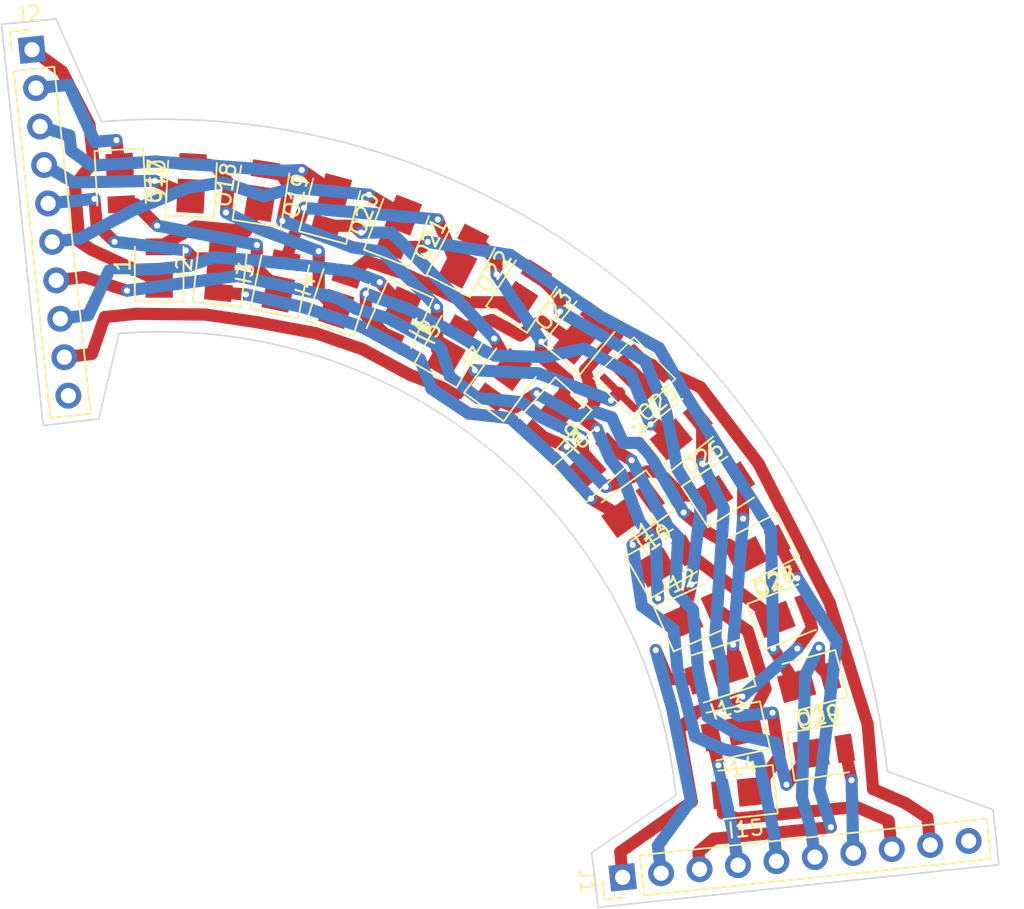
<source format=kicad_pcb>
(kicad_pcb (version 20221018) (generator pcbnew)
  (layers (0 "F.Cu" signal) (31 "B.Cu" signal) (34 "B.Paste" user) (35 "F.Paste" user) (36 "B.SilkS" user "B.Silkscreen") (37 "F.SilkS" user "F.Silkscreen") (38 "B.Mask" user) (39 "F.Mask" user) (44 "Edge.Cuts" user))
  (net 0 "")
  (net 1 "Net-(I1-K)")
  (net 2 "Net-(I1-A)")
  (net 3 "Net-(I2-K)")
  (net 4 "Net-(I10-K)")
  (net 5 "Net-(I3-K)")
  (net 6 "Net-(I3-A)")
  (net 7 "Net-(I4-K)")
  (net 8 "Net-(I4-A)")
  (net 9 "Net-(I5-K)")
  (net 10 "Net-(I5-A)")
  (net 11 "Net-(I6-K)")
  (net 12 "Net-(I6-A)")
  (net 13 "Net-(I7-K)")
  (net 14 "Net-(I7-A)")
  (net 15 "Net-(I8-K)")
  (net 16 "Net-(I8-A)")
  (net 17 "Net-(I9-K)")
  (net 18 "Net-(I9-A)")
  (net 19 "Net-(I10-A)")
  (net 20 "Net-(I11-K)")
  (net 21 "Net-(I11-A)")
  (net 22 "Net-(I12-K)")
  (net 23 "Net-(I12-A)")
  (net 24 "Net-(I13-K)")
  (net 25 "Net-(I13-A)")
  (net 26 "Net-(I14-A)")
  (net 27 "Net-(I15-K)")
  (net 28 "Net-(I15-A)")
  (net 29 "Net-(J1-Pin_1)")
  (net 30 "Net-(J1-Pin_3)")
  (net 31 "Net-(J1-Pin_6)")
  (net 32 "Net-(J1-Pin_7)")
  (net 33 "Net-(O20-A)")
  (net 34 "Net-(J1-Pin_9)")
  (net 36 "Net-(J2-Pin_2)")
  (net 37 "Net-(J2-Pin_3)")
  (net 38 "Net-(J2-Pin_4)")
  (net 39 "Net-(J2-Pin_6)")
  (net 40 "Net-(J2-Pin_9)")
  (footprint "LED_SMD:LED_2835_CREE_JSE28L3E5_1" (layer "F.Cu") (at 117.155531 94.197224 63)
    (fp_text reference "O21" (at 0 -2.4 63) (layer "F.SilkS"))
    (fp_text value "Cold white 5700K")
    (pad "1" smd rect (at -0.85 0 63) (size 2.2 1.8) (layers "F.Cu" "F.Paste" "F.Mask") (net 6 "Net-(I3-A)"))
    (pad "2" smd rect (at 1.39 0.01 63) (size 1.1 1.8) (layers "F.Cu" "F.Paste" "F.Mask") (net 15 "Net-(I8-K)"))
  )
  (footprint "LED_SMD:LED_2835_CREE_JSE28L3E5_1" (layer "F.Cu") (at 132.3335 117.826639 24)
    (fp_text reference "I12" (at 0 -2.400001 24) (layer "F.SilkS"))
    (fp_text value "~")
    (pad "1" smd rect (at -0.85 0 24) (size 2.2 1.8) (layers "F.Cu" "F.Paste" "F.Mask") (net 22 "Net-(I12-K)"))
    (pad "2" smd rect (at 1.39 0.01 24) (size 1.1 1.8) (layers "F.Cu" "F.Paste" "F.Mask") (net 23 "Net-(I12-A)"))
  )
  (footprint "LED_SMD:LED_2835_CREE_JSE28L3E5_1" (layer "F.Cu") (at 130.503978 114.236 30)
    (fp_text reference "I11" (at 0 -2.4 30) (layer "F.SilkS"))
    (fp_text value "Warm white 3000K")
    (pad "1" smd rect (at -0.85 0 30) (size 2.2 1.8) (layers "F.Cu" "F.Paste" "F.Mask") (net 20 "Net-(I11-K)"))
    (pad "2" smd rect (at 1.39 0.01 30) (size 1.1 1.8) (layers "F.Cu" "F.Paste" "F.Mask") (net 21 "Net-(I11-A)"))
  )
  (footprint "LED_SMD:LED_2835_CREE_JSE28L3E5_1" (layer "F.Cu") (at 109.059154 96.870324 72)
    (fp_text reference "I4" (at 0 -2.4 72) (layer "F.SilkS"))
    (fp_text value "~")
    (pad "1" smd rect (at -0.85 0 72) (size 2.2 1.8) (layers "F.Cu" "F.Paste" "F.Mask") (net 7 "Net-(I4-K)"))
    (pad "2" smd rect (at 1.39 0.01 72) (size 1.1 1.8) (layers "F.Cu" "F.Paste" "F.Mask") (net 8 "Net-(I4-A)"))
  )
  (footprint "LED_SMD:LED_2835_CREE_JSE28L3E5_1" (layer "F.Cu") (at 134.20651 109.477433 33)
    (fp_text reference "O26" (at 0 -2.4 33) (layer "F.SilkS"))
    (fp_text value "Cold white 5700K")
    (pad "1" smd rect (at -0.85 0 33) (size 2.2 1.8) (layers "F.Cu" "F.Paste" "F.Mask") (net 16 "Net-(I8-A)"))
    (pad "2" smd rect (at 1.39 0.01 33) (size 1.1 1.8) (layers "F.Cu" "F.Paste" "F.Mask") (net 24 "Net-(I13-K)"))
  )
  (footprint "LED_SMD:LED_2835_CREE_JSE28L3E5_1" (layer "F.Cu") (at 125.773075 107.724471 42)
    (fp_text reference "I9" (at 0 -2.400001 42) (layer "F.SilkS"))
    (fp_text value "~")
    (pad "1" smd rect (at -0.85 0 42) (size 2.2 1.8) (layers "F.Cu" "F.Paste" "F.Mask") (net 17 "Net-(I9-K)"))
    (pad "2" smd rect (at 1.39 0.01 42) (size 1.1 1.8) (layers "F.Cu" "F.Paste" "F.Mask") (net 18 "Net-(I9-A)"))
  )
  (footprint "LED_SMD:LED_2835_CREE_JSE28L3E5_1" (layer "F.Cu") (at 122.923528 104.874924 -132)
    (fp_text reference "I8" (at 0 -2.400001 48) (layer "F.SilkS"))
    (fp_text value "Cold white 5700K")
    (pad "1" smd rect (at -0.85 0 228) (size 2.2 1.8) (layers "F.Cu" "F.Paste" "F.Mask") (net 15 "Net-(I8-K)"))
    (pad "2" smd rect (at 1.39 0.01 228) (size 1.1 1.8) (layers "F.Cu" "F.Paste" "F.Mask") (net 16 "Net-(I8-A)"))
  )
  (footprint "LED_SMD:LED_2835_CREE_JSE28L3E5_1" (layer "F.Cu") (at 131.468666 105.709113 39)
    (fp_text reference "O25" (at -0.000001 -2.400001 39) (layer "F.SilkS"))
    (fp_text value "~")
    (pad "1" smd rect (at -0.85 0 39) (size 2.2 1.8) (layers "F.Cu" "F.Paste" "F.Mask") (net 10 "Net-(I5-A)"))
    (pad "2" smd rect (at 1.39 0.01 39) (size 1.1 1.8) (layers "F.Cu" "F.Paste" "F.Mask") (net 27 "Net-(I15-K)"))
  )
  (footprint "LED_SMD:LED_2835_CREE_JSE28L3E5_1" (layer "F.Cu") (at 94.624004 89.408 -87)
    (fp_text reference "O16" (at 0 -2.4 93) (layer "F.SilkS"))
    (fp_text value "Cold white 5700K")
    (pad "1" smd rect (at -0.85 0 273) (size 2.2 1.8) (layers "F.Cu" "F.Paste" "F.Mask") (net 36 "Net-(J2-Pin_2)"))
    (pad "2" smd rect (at 1.39 0.01 273) (size 1.1 1.8) (layers "F.Cu" "F.Paste" "F.Mask") (net 5 "Net-(I3-K)"))
  )
  (footprint "LED_SMD:LED_2835_CREE_JSE28L3E5_Big_Anode" (layer "F.Cu") (at 101.186345 95.196907 84)
    (fp_text reference "I2" (at 0.000001 -2.400001 84) (layer "F.SilkS"))
    (fp_text value "~")
    (pad "1" smd rect (at 0.85 0 84) (size 2.2 1.8) (layers "F.Cu" "F.Paste" "F.Mask") (net 3 "Net-(I2-K)"))
    (pad "2" smd rect (at -1.39 0.01 84) (size 1.1 1.8) (layers "F.Cu" "F.Paste" "F.Mask") (net 4 "Net-(I10-K)"))
  )
  (footprint "LED_SMD:LED_2835_CREE_JSE28L3E5_1" (layer "F.Cu") (at 99.281903 89.408 87)
    (fp_text reference "O17" (at 0.000001 -2.400001 87) (layer "F.SilkS"))
    (fp_text value "~")
    (pad "1" smd rect (at -0.85 0 87) (size 2.2 1.8) (layers "F.Cu" "F.Paste" "F.Mask") (net 38 "Net-(J2-Pin_4)"))
    (pad "2" smd rect (at 1.39 0.01 87) (size 1.1 1.8) (layers "F.Cu" "F.Paste" "F.Mask") (net 7 "Net-(I4-K)"))
  )
  (footprint "LED_SMD:LED_2835_CREE_JSE28L3E5_1" (layer "F.Cu") (at 138.43 117.766496 21)
    (fp_text reference "O28" (at 0 -2.400001 21) (layer "F.SilkS"))
    (fp_text value "Warm white 3000K")
    (pad "1" smd rect (at -0.85 0 21) (size 2.2 1.8) (layers "F.Cu" "F.Paste" "F.Mask") (net 21 "Net-(I11-A)"))
    (pad "2" smd rect (at 1.39 0.01 21) (size 1.1 1.8) (layers "F.Cu" "F.Paste" "F.Mask") (net 29 "Net-(J1-Pin_1)"))
  )
  (footprint "LED_SMD:Luminous Devices A130 Package" (layer "F.Cu") (at 128.361077 102.225905 45)
    (fp_text reference "O24" hide)
    (fp_text value "~")
    (fp_text user "A" (at -2.15 3 45 unlocked) (layer "F.SilkS") (effects (font (size 0.6 0.6) (thickness 0.1)) (justify left bottom)))
    (pad "1" smd roundrect (at -1.375 0 45) (size 0.48 3.25) (layers "F.Cu" "F.Paste" "F.Mask") (net 40 "Net-(J2-Pin_9)"))
    (pad "2" smd roundrect (at 1.375 0 45) (size 0.48 3.25) (layers "F.Cu" "F.Paste" "F.Mask") (net 34 "Net-(J1-Pin_9)"))
    (pad "3" smd roundrect (at 0 0 45) (size 1.3 3.25) (layers "F.Cu" "F.Mask") (roundrect_rratio 0.12))
  )
  (footprint "LED_SMD:LED_2835_CREE_JSE28L3E5_1" (layer "F.Cu") (at 133.777675 121.588845 -162)
    (fp_text reference "I13" (at 0 -2.4 18) (layer "F.SilkS"))
    (fp_text value "Cold white 5700K")
    (pad "1" smd rect (at -0.85 0 198) (size 2.2 1.8) (layers "F.Cu" "F.Paste" "F.Mask") (net 24 "Net-(I13-K)"))
    (pad "2" smd rect (at 1.39 0.01 198) (size 1.1 1.8) (layers "F.Cu" "F.Paste" "F.Mask") (net 25 "Net-(I13-A)"))
  )
  (footprint "LED_SMD:LED_2835_CREE_JSE28L3E5_1" (layer "F.Cu") (at 124.95771 99.264019 51)
    (fp_text reference "O23" (at 0 -2.400001 51) (layer "F.SilkS"))
    (fp_text value "Warm white 3000K")
    (pad "1" smd rect (at -0.85 0 51) (size 2.2 1.8) (layers "F.Cu" "F.Paste" "F.Mask") (net 12 "Net-(I6-A)"))
    (pad "2" smd rect (at 1.39 0.01 51) (size 1.1 1.8) (layers "F.Cu" "F.Paste" "F.Mask") (net 20 "Net-(I11-K)"))
  )
  (footprint "LED_SMD:LED_2835_CREE_JSE28L3E5_1" (layer "F.Cu") (at 116.412 100.144021 60)
    (fp_text reference "I6" (at 0 -2.4 60) (layer "F.SilkS"))
    (fp_text value "Warm white 3000K")
    (pad "1" smd rect (at -0.85 0 60) (size 2.2 1.8) (layers "F.Cu" "F.Paste" "F.Mask") (net 11 "Net-(I6-K)"))
    (pad "2" smd rect (at 1.39 0.01 60) (size 1.1 1.8) (layers "F.Cu" "F.Paste" "F.Mask") (net 12 "Net-(I6-A)"))
  )
  (footprint "LED_SMD:LED_2835_CREE_JSE28L3E5_1" (layer "F.Cu") (at 134.820682 125.481399 -168)
    (fp_text reference "I14" (at -0.000001 -2.400001 12) (layer "F.SilkS"))
    (fp_text value "~")
    (pad "1" smd rect (at -0.85 0 192) (size 2.2 1.8) (layers "F.Cu" "F.Paste" "F.Mask") (net 23 "Net-(I12-A)"))
    (pad "2" smd rect (at 1.39 0.01 192) (size 1.1 1.8) (layers "F.Cu" "F.Paste" "F.Mask") (net 26 "Net-(I14-A)"))
  )
  (footprint "LED_SMD:LED_2835_CREE_JSE28L3E5_1" (layer "F.Cu") (at 140.8378 126.752536 9)
    (fp_text reference "O30" (at -0.000001 -2.4 9) (layer "F.SilkS"))
    (fp_text value "~")
    (pad "1" smd rect (at -0.85 0 9) (size 2.2 1.8) (layers "F.Cu" "F.Paste" "F.Mask") (net 18 "Net-(I9-A)"))
    (pad "2" smd rect (at 1.39 0.01 9) (size 1.1 1.8) (layers "F.Cu" "F.Paste" "F.Mask") (net 32 "Net-(J1-Pin_7)"))
  )
  (footprint "Connector_PinHeader_2.54mm:PinHeader_1x10_P2.54mm_Vertical" (layer "F.Cu") (at 127.617034 135.019699 96)
    (fp_text reference "J1" (at 0 -2.33 96) (layer "F.SilkS"))
    (fp_text value "Conn_01x10")
    (pad "1" thru_hole rect (at 0 0 96) (size 1.7 1.7) (drill 1) (layers "*.Cu" "*.Mask") (net 29 "Net-(J1-Pin_1)"))
    (pad "2" thru_hole oval (at 0 2.54 96) (size 1.7 1.7) (drill 1) (layers "*.Cu" "*.Mask") (net 25 "Net-(I13-A)"))
    (pad "3" thru_hole oval (at 0 5.08 96) (size 1.7 1.7) (drill 1) (layers "*.Cu" "*.Mask") (net 30 "Net-(J1-Pin_3)"))
    (pad "4" thru_hole oval (at 0 7.62 96) (size 1.7 1.7) (drill 1) (layers "*.Cu" "*.Mask") (net 26 "Net-(I14-A)"))
    (pad "5" thru_hole oval (at 0 10.16 96) (size 1.7 1.7) (drill 1) (layers "*.Cu" "*.Mask") (net 19 "Net-(I10-A)"))
    (pad "6" thru_hole oval (at 0 12.7 96) (size 1.7 1.7) (drill 1) (layers "*.Cu" "*.Mask") (net 31 "Net-(J1-Pin_6)"))
    (pad "7" thru_hole oval (at 0 15.24 96) (size 1.7 1.7) (drill 1) (layers "*.Cu" "*.Mask") (net 32 "Net-(J1-Pin_7)"))
    (pad "8" thru_hole oval (at 0 17.78 96) (size 1.7 1.7) (drill 1) (layers "*.Cu" "*.Mask") (net 28 "Net-(I15-A)"))
    (pad "9" thru_hole oval (at 0 20.32 96) (size 1.7 1.7) (drill 1) (layers "*.Cu" "*.Mask") (net 34 "Net-(J1-Pin_9)"))
    (pad "10" thru_hole oval (at 0 22.86 96) (size 1.7 1.7) (drill 1) (layers "*.Cu" "*.Mask"))
  )
  (footprint "LED_SMD:LED_2835_CREE_JSE28L3E5_Big_Anode" (layer "F.Cu") (at 108.470401 90.863315 75)
    (fp_text reference "O19" (at 0 -2.4 75) (layer "F.SilkS"))
    (fp_text value "I12")
    (pad "1" smd rect (at 0.85 0 75) (size 2.2 1.8) (layers "F.Cu" "F.Paste" "F.Mask") (net 37 "Net-(J2-Pin_3)"))
    (pad "2" smd rect (at -1.39 0.01 75) (size 1.1 1.8) (layers "F.Cu" "F.Paste" "F.Mask") (net 13 "Net-(I7-K)"))
  )
  (footprint "LED_SMD:LED_2835_CREE_JSE28L3E5_Big_Anode" (layer "F.Cu") (at 139.86937 122.196423 -165)
    (fp_text reference "O29" (at -0.000001 -2.4 15) (layer "F.SilkS"))
    (fp_text value "~")
    (pad "1" smd rect (at 0.85 0 195) (size 2.2 1.8) (layers "F.Cu" "F.Paste" "F.Mask") (net 33 "Net-(O20-A)"))
    (pad "2" smd rect (at -1.39 0.01 195) (size 1.1 1.8) (layers "F.Cu" "F.Paste" "F.Mask") (net 31 "Net-(J1-Pin_6)"))
  )
  (footprint "LED_SMD:LED_2835_CREE_JSE28L3E5_Big_Anode" (layer "F.Cu") (at 128.309154 110.856267 -144)
    (fp_text reference "I10" (at 0 -2.4 36) (layer "F.SilkS"))
    (fp_text value "~")
    (pad "1" smd rect (at 0.85 0 216) (size 2.2 1.8) (layers "F.Cu" "F.Paste" "F.Mask") (net 4 "Net-(I10-K)"))
    (pad "2" smd rect (at -1.39 0.01 216) (size 1.1 1.8) (layers "F.Cu" "F.Paste" "F.Mask") (net 19 "Net-(I10-A)"))
  )
  (footprint "LED_SMD:LED_2835_CREE_JSE28L3E5_Big_Anode" (layer "F.Cu") (at 136.535461 113.511293 -153)
    (fp_text reference "O27" (at 0 -2.4 27) (layer "F.SilkS"))
    (fp_text value "~")
    (pad "1" smd rect (at 0.85 0 207) (size 2.2 1.8) (layers "F.Cu" "F.Paste" "F.Mask") (net 14 "Net-(I7-A)"))
    (pad "2" smd rect (at -1.39 0.01 207) (size 1.1 1.8) (layers "F.Cu" "F.Paste" "F.Mask") (net 30 "Net-(J1-Pin_3)"))
  )
  (footprint "LED_SMD:LED_2835_CREE_JSE28L3E5_Big_Anode" (layer "F.Cu") (at 112.900327 92.302685 69)
    (fp_text reference "O20" (at 0 -2.400001 69) (layer "F.SilkS"))
    (fp_text value "~")
    (pad "1" smd rect (at 0.85 0 69) (size 2.2 1.8) (layers "F.Cu" "F.Paste" "F.Mask") (net 39 "Net-(J2-Pin_6)"))
    (pad "2" smd rect (at -1.39 0.01 69) (size 1.1 1.8) (layers "F.Cu" "F.Paste" "F.Mask") (net 33 "Net-(O20-A)"))
  )
  (footprint "LED_SMD:LED_2835_CREE_JSE28L3E5_1" (layer "F.Cu") (at 97.162 94.986 90)
    (fp_text reference "I1" (at 0 -2.4 90) (layer "F.SilkS"))
    (fp_text value "Warm white 3000K")
    (pad "1" smd rect (at -0.85 0 90) (size 2.2 1.8) (layers "F.Cu" "F.Paste" "F.Mask") (net 1 "Net-(I1-K)"))
    (pad "2" smd rect (at 1.39 0.01 90) (size 1.1 1.8) (layers "F.Cu" "F.Paste" "F.Mask") (net 2 "Net-(I1-A)"))
  )
  (footprint "LED_SMD:LED_2835_CREE_JSE28L3E5_1" (layer "F.Cu") (at 112.82136 98.314499 -114)
    (fp_text reference "I5" (at 0 -2.400001 66) (layer "F.SilkS"))
    (fp_text value "~")
    (pad "1" smd rect (at -0.85 0 246) (size 2.2 1.8) (layers "F.Cu" "F.Paste" "F.Mask") (net 9 "Net-(I5-K)"))
    (pad "2" smd rect (at 1.39 0.01 246) (size 1.1 1.8) (layers "F.Cu" "F.Paste" "F.Mask") (net 10 "Net-(I5-A)"))
  )
  (footprint "Connector_PinHeader_2.54mm:PinHeader_1x10_P2.54mm_Vertical" (layer "F.Cu") (at 88.805763 80.637588 6)
    (fp_text reference "J2" (at 0 -2.33 6) (layer "F.SilkS"))
    (fp_text value "Conn_01x10")
    (pad "1" thru_hole rect (at 0 0 6) (size 1.7 1.7) (drill 1) (layers "*.Cu" "*.Mask") (net 1 "Net-(I1-K)"))
    (pad "2" thru_hole oval (at 0 2.54 6) (size 1.7 1.7) (drill 1) (layers "*.Cu" "*.Mask") (net 36 "Net-(J2-Pin_2)"))
    (pad "3" thru_hole oval (at 0 5.08 6) (size 1.7 1.7) (drill 1) (layers "*.Cu" "*.Mask") (net 37 "Net-(J2-Pin_3)"))
    (pad "4" thru_hole oval (at 0 7.62 6) (size 1.7 1.7) (drill 1) (layers "*.Cu" "*.Mask") (net 38 "Net-(J2-Pin_4)"))
    (pad "5" thru_hole oval (at 0 10.16 6) (size 1.7 1.7) (drill 1) (layers "*.Cu" "*.Mask") (net 3 "Net-(I2-K)"))
    (pad "6" thru_hole oval (at 0 12.7 6) (size 1.7 1.7) (drill 1) (layers "*.Cu" "*.Mask") (net 39 "Net-(J2-Pin_6)"))
    (pad "7" thru_hole oval (at 0 15.24 6) (size 1.7 1.7) (drill 1) (layers "*.Cu" "*.Mask") (net 17 "Net-(I9-K)"))
    (pad "8" thru_hole oval (at 0 17.78 6) (size 1.7 1.7) (drill 1) (layers "*.Cu" "*.Mask") (net 9 "Net-(I5-K)"))
    (pad "9" thru_hole oval (at 0 20.32 6) (size 1.7 1.7) (drill 1) (layers "*.Cu" "*.Mask") (net 40 "Net-(J2-Pin_9)"))
    (pad "10" thru_hole oval (at 0 22.86 6) (size 1.7 1.7) (drill 1) (layers "*.Cu" "*.Mask"))
  )
  (footprint "LED_SMD:LED_2835_CREE_JSE28L3E5_1" (layer "F.Cu") (at 105.1666 95.827317 78)
    (fp_text reference "I3" (at 0.000001 -2.400001 78) (layer "F.SilkS"))
    (fp_text value "Cold white 5700K")
    (pad "1" smd rect (at -0.85 0 78) (size 2.2 1.8) (layers "F.Cu" "F.Paste" "F.Mask") (net 5 "Net-(I3-K)"))
    (pad "2" smd rect (at 1.39 0.01 78) (size 1.1 1.8) (layers "F.Cu" "F.Paste" "F.Mask") (net 6 "Net-(I3-A)"))
  )
  (footprint "LED_SMD:LED_2835_CREE_JSE28L3E5_1" (layer "F.Cu") (at 103.914287 89.894883 81)
    (fp_text reference "O18" (at 0.000001 -2.400001 81) (layer "F.SilkS"))
    (fp_text value "Warm white 3000K")
    (pad "1" smd rect (at -0.85 0 81) (size 2.2 1.8) (layers "F.Cu" "F.Paste" "F.Mask") (net 2 "Net-(I1-A)"))
    (pad "2" smd rect (at 1.39 0.01 81) (size 1.1 1.8) (layers "F.Cu" "F.Paste" "F.Mask") (net 11 "Net-(I6-K)"))
  )
  (footprint "LED_SMD:LED_2835_CREE_JSE28L3E5_1" (layer "F.Cu") (at 135.451092 129.461654 -174)
    (fp_text reference "I15" (at -0.000001 -2.400001 6) (layer "F.SilkS"))
    (fp_text value "~")
    (pad "1" smd rect (at -0.85 0 186) (size 2.2 1.8) (layers "F.Cu" "F.Paste" "F.Mask") (net 27 "Net-(I15-K)"))
    (pad "2" smd rect (at 1.39 0.01 186) (size 1.1 1.8) (layers "F.Cu" "F.Paste" "F.Mask") (net 28 "Net-(I15-A)"))
  )
  (footprint "LED_SMD:LED_2835_CREE_JSE28L3E5_Big_Anode" (layer "F.Cu") (at 119.791732 102.338845 54)
    (fp_text reference "I7" (at 0 -2.4 54) (layer "F.SilkS"))
    (fp_text value "~")
    (pad "1" smd rect (at 0.85 0 54) (size 2.2 1.8) (layers "F.Cu" "F.Paste" "F.Mask") (net 13 "Net-(I7-K)"))
    (pad "2" smd rect (at -1.39 0.01 54) (size 1.1 1.8) (layers "F.Cu" "F.Paste" "F.Mask") (net 14 "Net-(I7-A)"))
  )
  (footprint "LED_SMD:LED_2835_CREE_JSE28L3E5_1" (layer "F.Cu") (at 121.18939 96.526174 57)
    (fp_text reference "O22" (at 0 -2.4 57) (layer "F.SilkS"))
    (fp_text value "~")
    (pad "1" smd rect (at -0.85 0 57) (size 2.2 1.8) (layers "F.Cu" "F.Paste" "F.Mask") (net 8 "Net-(I4-A)"))
    (pad "2" smd rect (at 1.39 0.01 57) (size 1.1 1.8) (layers "F.Cu" "F.Paste" "F.Mask") (net 22 "Net-(I12-K)"))
  )
  (gr_arc (start 94.519534 99.29239) (mid 119 107) (end 131.118029 129.624188) (stroke (width 0.1)) (layer "Edge.Cuts"))
  (gr_line (start 126.01 136.99) (end 125.58 133.4) (stroke (width 0.1)) (layer "Edge.Cuts"))
  (gr_line (start 151.95 130.58) (end 152.34 134.19) (stroke (width 0.1)) (layer "Edge.Cuts"))
  (gr_line (start 94.519534 99.29239) (end 93.19 104.9) (stroke (width 0.1)) (layer "Edge.Cuts"))
  (gr_line (start 93.19 104.9) (end 89.54 105.34) (stroke (width 0.1)) (layer "Edge.Cuts"))
  (gr_line (start 152.34 134.19) (end 126.01 136.99) (stroke (width 0.1)) (layer "Edge.Cuts"))
  (gr_line (start 144.999999 128.056261) (end 151.95 130.58) (stroke (width 0.1)) (layer "Edge.Cuts"))
  (gr_line (start 90.39 78.62) (end 93.375327 85.369388) (stroke (width 0.1)) (layer "Edge.Cuts"))
  (gr_line (start 89.54 105.34) (end 86.8 78.97) (stroke (width 0.1)) (layer "Edge.Cuts"))
  (gr_line (start 125.58 133.4) (end 131.118029 129.624188) (stroke (width 0.1)) (layer "Edge.Cuts"))
  (gr_arc (start 93.375327 85.369388) (mid 127.872643 96.209379) (end 144.999999 128.056261) (stroke (width 0.1)) (layer "Edge.Cuts"))
  (gr_line (start 86.8 78.97) (end 90.39 78.62) (stroke (width 0.1)) (layer "Edge.Cuts"))
  (segment (start 92.58 85.56) (end 90.79 82.08) (width 0.8) (layer "F.Cu") (net 1))
  (segment (start 97.162 95.836) (end 92.71 93.7768) (width 0.8) (layer "F.Cu") (net 1))
  (segment (start 91.91 93.26) (end 91.63 89.56) (width 0.8) (layer "F.Cu") (net 1))
  (segment (start 90.79 82.08) (end 88.805763 80.637588) (width 0.8) (layer "F.Cu") (net 1))
  (segment (start 92.71 93.7768) (end 91.91 93.26) (width 0.8) (layer "F.Cu") (net 1))
  (segment (start 92.84 87.97) (end 92.58 85.56) (width 0.8) (layer "F.Cu") (net 1))
  (segment (start 91.63 89.56) (end 92.84 87.97) (width 0.8) (layer "F.Cu") (net 1))
  (segment (start 99.568 92.2528) (end 102.87 92.5576) (width 0.8) (layer "F.Cu") (net 2))
  (segment (start 102.87 92.5576) (end 103.781318 90.734418) (width 0.8) (layer "F.Cu") (net 2))
  (segment (start 97.172 93.596) (end 99.568 92.2528) (width 0.8) (layer "F.Cu") (net 2))
  (segment (start 99.431563 94.351563) (end 101.275194 94.351563) (width 0.8) (layer "F.Cu") (net 3))
  (segment (start 98.9076 93.8276) (end 99.431563 94.351563) (width 0.8) (layer "F.Cu") (net 3))
  (segment (start 93.05 92.13) (end 94.23 93.26) (width 0.8) (layer "F.Cu") (net 3))
  (segment (start 92.91 90.44) (end 93.05 92.13) (width 0.8) (layer "F.Cu") (net 3))
  (via (at 92.91 90.44) (size 0.8) (drill 0.4) (layers "F.Cu" "B.Cu") (net 3))
  (via (at 94.23 93.26) (size 0.8) (drill 0.4) (layers "F.Cu" "B.Cu") (net 3))
  (via (at 98.9076 93.8276) (size 0.8) (drill 0.4) (layers "F.Cu" "B.Cu") (net 3))
  (segment (start 98.9076 93.8276) (end 94.23 93.26) (width 0.8) (layer "B.Cu") (net 3))
  (segment (start 89.867772 90.74193) (end 92.91 90.44) (width 0.8) (layer "B.Cu") (net 3))
  (segment (start 127.62149 111.355884) (end 125.5268 110.1344) (width 0.8) (layer "F.Cu") (net 4))
  (segment (start 101.050996 96.580338) (end 102.87 96.7232) (width 0.8) (layer "F.Cu") (net 4))
  (via (at 102.87 96.7232) (size 0.8) (drill 0.4) (layers "F.Cu" "B.Cu") (net 4))
  (via (at 125.5268 110.1344) (size 0.8) (drill 0.4) (layers "F.Cu" "B.Cu") (net 4))
  (segment (start 102.87 96.7232) (end 106.7308 97.5868) (width 0.8) (layer "B.Cu") (net 4))
  (segment (start 114.305751 100.984649) (end 115.062 102.9208) (width 0.8) (layer "B.Cu") (net 4))
  (segment (start 123.1392 107.4928) (end 125.5268 110.1344) (width 0.8) (layer "B.Cu") (net 4))
  (segment (start 120.2436 104.8512) (end 123.1392 107.4928) (width 0.8) (layer "B.Cu") (net 4))
  (segment (start 110.49 98.8568) (end 113.792 100.6856) (width 0.8) (layer "B.Cu") (net 4))
  (segment (start 113.792 100.6856) (end 114.305751 100.984649) (width 0.8) (layer "B.Cu") (net 4))
  (segment (start 106.7308 97.5868) (end 110.49 98.8568) (width 0.8) (layer "B.Cu") (net 4))
  (segment (start 115.062 102.9208) (end 117.5004 104.5464) (width 0.8) (layer "B.Cu") (net 4))
  (segment (start 117.5004 104.5464) (end 120.2436 104.8512) (width 0.8) (layer "B.Cu") (net 4))
  (segment (start 95.622618 90.796618) (end 97.028 92.202) (width 0.8) (layer "F.Cu") (net 5))
  (segment (start 94.686765 90.796618) (end 95.622618 90.796618) (width 0.8) (layer "F.Cu") (net 5))
  (segment (start 104.989875 96.404675) (end 104.989875 96.658742) (width 0.8) (layer "F.Cu") (net 5))
  (segment (start 103.5812 93.472) (end 103.5812 94.996) (width 0.8) (layer "F.Cu") (net 5))
  (segment (start 103.5812 94.996) (end 104.989875 96.404675) (width 0.8) (layer "F.Cu") (net 5))
  (via (at 97.028 92.202) (size 0.8) (drill 0.4) (layers "F.Cu" "B.Cu") (net 5))
  (via (at 103.5812 93.472) (size 0.8) (drill 0.4) (layers "F.Cu" "B.Cu") (net 5))
  (segment (start 103.5812 93.472) (end 101.2444 93.0148) (width 0.8) (layer "B.Cu") (net 5))
  (segment (start 97.028 92.202) (end 101.2444 93.0148) (width 0.8) (layer "B.Cu") (net 5))
  (segment (start 115.4684 91.7956) (end 116.769639 94.95458) (width 0.8) (layer "F.Cu") (net 6))
  (segment (start 105.465379 94.469771) (end 106.68 91.0336) (width 0.8) (layer "F.Cu") (net 6))
  (via (at 115.4684 91.7956) (size 0.8) (drill 0.4) (layers "F.Cu" "B.Cu") (net 6))
  (via (at 106.68 91.0336) (size 0.8) (drill 0.4) (layers "F.Cu" "B.Cu") (net 6))
  (segment (start 106.68 91.0336) (end 115.4684 91.7956) (width 0.8) (layer "B.Cu") (net 6))
  (segment (start 101.7524 89.4588) (end 101.5492 91.3384) (width 0.8) (layer "F.Cu") (net 7))
  (segment (start 100.8888 88.2904) (end 101.7524 89.4588) (width 0.8) (layer "F.Cu") (net 7))
  (segment (start 99.364636 88.020428) (end 100.8888 88.2904) (width 0.8) (layer "F.Cu") (net 7))
  (segment (start 107.6452 96.527432) (end 108.79649 97.678722) (width 0.8) (layer "F.Cu") (net 7))
  (segment (start 107.6452 93.8784) (end 107.6452 96.527432) (width 0.8) (layer "F.Cu") (net 7))
  (via (at 107.6452 93.8784) (size 0.8) (drill 0.4) (layers "F.Cu" "B.Cu") (net 7))
  (via (at 101.5492 91.3384) (size 0.8) (drill 0.4) (layers "F.Cu" "B.Cu") (net 7))
  (segment (start 107.6452 93.8784) (end 106.426 93.4212) (width 0.8) (layer "B.Cu") (net 7))
  (segment (start 106.426 93.4212) (end 103.8352 92.456) (width 0.8) (layer "B.Cu") (net 7))
  (segment (start 103.8352 92.456) (end 101.5492 91.3384) (width 0.8) (layer "B.Cu") (net 7))
  (segment (start 109.498198 95.551446) (end 110.7948 94.5388) (width 0.8) (layer "F.Cu") (net 8))
  (segment (start 114.7064 96.012) (end 117.1956 97.2312) (width 0.8) (layer "F.Cu") (net 8))
  (segment (start 117.1956 97.2312) (end 120.726447 97.239044) (width 0.8) (layer "F.Cu") (net 8))
  (segment (start 110.7948 94.5388) (end 113.3856 95.4024) (width 0.8) (layer "F.Cu") (net 8))
  (segment (start 113.3856 95.4024) (end 114.7064 96.012) (width 0.8) (layer "F.Cu") (net 8))
  (segment (start 111.6584 95.9104) (end 113.167086 97.537985) (width 0.8) (layer "F.Cu") (net 9))
  (via (at 111.6584 95.9104) (size 0.8) (drill 0.4) (layers "F.Cu" "B.Cu") (net 9))
  (segment (start 109.8296 95.1992) (end 106.8832 94.8436) (width 0.8) (layer "B.Cu") (net 9))
  (segment (start 93.8784 95.1484) (end 92.51 98.07) (width 0.8) (layer "B.Cu") (net 9))
  (segment (start 92.51 98.07) (end 90.664279 98.320187) (width 0.8) (layer "B.Cu") (net 9))
  (segment (start 97.1804 95.0468) (end 93.8784 95.1484) (width 0.8) (layer "B.Cu") (net 9))
  (segment (start 111.6584 95.9104) (end 109.8296 95.1992) (width 0.8) (layer "B.Cu") (net 9))
  (segment (start 103.3272 94.472) (end 100.7364 94.2848) (width 0.8) (layer "B.Cu") (net 9))
  (segment (start 106.8832 94.8436) (end 103.3272 94.472) (width 0.8) (layer "B.Cu") (net 9))
  (segment (start 99.1616 94.8276) (end 97.1804 95.0468) (width 0.8) (layer "B.Cu") (net 9))
  (segment (start 100.7364 94.2848) (end 99.1616 94.8276) (width 0.8) (layer "B.Cu") (net 9))
  (segment (start 110.744 96.6724) (end 110.744 98.077399) (width 0.8) (layer "F.Cu") (net 10))
  (segment (start 129.820949 105.256892) (end 129.446585 105.256892) (width 0.8) (layer "F.Cu") (net 10))
  (segment (start 110.744 98.077399) (end 112.246861 99.58026) (width 0.8) (layer "F.Cu") (net 10))
  (segment (start 130.808092 106.244035) (end 129.820949 105.256892) (width 0.8) (layer "F.Cu") (net 10))
  (via (at 110.744 96.6724) (size 0.8) (drill 0.4) (layers "F.Cu" "B.Cu") (net 10))
  (via (at 129.446585 105.256892) (size 0.8) (drill 0.4) (layers "F.Cu" "B.Cu") (net 10))
  (segment (start 128.1684 101.9556) (end 125.0696 100.2792) (width 0.8) (layer "B.Cu") (net 10))
  (segment (start 110.744 96.6724) (end 113.538 97.6884) (width 0.8) (layer "B.Cu") (net 10))
  (segment (start 129.446585 105.256892) (end 128.1684 101.9556) (width 0.8) (layer "B.Cu") (net 10))
  (segment (start 125.0696 100.2792) (end 122.4788 100.838) (width 0.8) (layer "B.Cu") (net 10))
  (segment (start 113.538 97.6884) (end 116.3828 99.1616) (width 0.8) (layer "B.Cu") (net 10))
  (segment (start 116.3828 99.1616) (end 118.615305 100.481803) (width 0.8) (layer "B.Cu") (net 10))
  (segment (start 122.4788 100.838) (end 119.2276 100.733834) (width 0.8) (layer "B.Cu") (net 10))
  (segment (start 118.615305 100.481803) (end 119.2276 100.733834) (width 0.8) (layer "B.Cu") (net 10))
  (segment (start 115.4176 100.310743) (end 115.987 100.880143) (width 0.8) (layer "F.Cu") (net 11))
  (segment (start 115.4176 97.536) (end 115.4176 100.310743) (width 0.8) (layer "F.Cu") (net 11))
  (segment (start 105.2576 88.9) (end 105.7148 89.7128) (width 0.8) (layer "F.Cu") (net 11))
  (segment (start 105.7148 89.7128) (end 105.2576 91.8972) (width 0.8) (layer "F.Cu") (net 11))
  (segment (start 104.141608 88.523561) (end 105.2576 88.9) (width 0.8) (layer "F.Cu") (net 11))
  (via (at 105.2576 91.8972) (size 0.8) (drill 0.4) (layers "F.Cu" "B.Cu") (net 11))
  (via (at 115.4176 97.536) (size 0.8) (drill 0.4) (layers "F.Cu" "B.Cu") (net 11))
  (segment (start 109.8804 93.6244) (end 111.8108 93.9292) (width 0.8) (layer "B.Cu") (net 11))
  (segment (start 109.8804 93.6244) (end 105.2576 91.8972) (width 0.8) (layer "B.Cu") (net 11))
  (segment (start 111.8108 93.9292) (end 115.4176 97.536) (width 0.8) (layer "B.Cu") (net 11))
  (segment (start 117.11566 98.945246) (end 119.0244 98.3996) (width 0.8) (layer "F.Cu") (net 12))
  (segment (start 124.422788 99.924593) (end 122.3264 98.3996) (width 0.8) (layer "F.Cu") (net 12))
  (segment (start 122.3264 98.3996) (end 120.904 99.4156) (width 0.8) (layer "F.Cu") (net 12))
  (segment (start 120.904 99.4156) (end 119.0244 98.3996) (width 0.8) (layer "F.Cu") (net 12))
  (segment (start 110.4392 92.6592) (end 109.98854 92.20854) (width 0.8) (layer "F.Cu") (net 13))
  (segment (start 119.1768 99.6188) (end 120.291349 101.651181) (width 0.8) (layer "F.Cu") (net 13))
  (segment (start 109.98854 92.20854) (end 108.120302 92.20854) (width 0.8) (layer "F.Cu") (net 13))
  (via (at 119.1768 99.6188) (size 0.8) (drill 0.4) (layers "F.Cu" "B.Cu") (net 13))
  (via (at 110.4392 92.6592) (size 0.8) (drill 0.4) (layers "F.Cu" "B.Cu") (net 13))
  (segment (start 110.4392 92.6592) (end 112.4204 92.6592) (width 0.8) (layer "B.Cu") (net 13))
  (segment (start 112.4204 92.6592) (end 116.078 96.3168) (width 0.8) (layer "B.Cu") (net 13))
  (segment (start 116.078 96.3168) (end 119.1768 99.6188) (width 0.8) (layer "B.Cu") (net 13))
  (segment (start 135.778105 113.897185) (end 133.1468 112.3188) (width 0.8) (layer "F.Cu") (net 14))
  (segment (start 121.9708 103.2256) (end 120.5484 104.14) (width 0.8) (layer "F.Cu") (net 14))
  (segment (start 118.982801 103.469256) (end 120.5484 104.14) (width 0.8) (layer "F.Cu") (net 14))
  (segment (start 133.1468 112.3188) (end 131.6228 111.0488) (width 0.8) (layer "F.Cu") (net 14))
  (segment (start 119.183651 103.670106) (end 118.982801 103.469256) (width 0.8) (layer "F.Cu") (net 14))
  (via (at 121.9708 103.2256) (size 0.8) (drill 0.4) (layers "F.Cu" "B.Cu") (net 14))
  (via (at 131.6228 111.0488) (size 0.8) (drill 0.4) (layers "F.Cu" "B.Cu") (net 14))
  (segment (start 129.3876 107.2388) (end 131.6228 111.0488) (width 0.8) (layer "B.Cu") (net 14))
  (segment (start 121.9708 103.2256) (end 124.5616 104.6988) (width 0.8) (layer "B.Cu") (net 14))
  (segment (start 127.6604 106.4768) (end 128.6764 106.4768) (width 0.8) (layer "B.Cu") (net 14))
  (segment (start 124.5616 104.6988) (end 125.8316 104.4448) (width 0.8) (layer "B.Cu") (net 14))
  (segment (start 128.6764 106.4768) (end 129.3876 107.2388) (width 0.8) (layer "B.Cu") (net 14))
  (segment (start 125.8316 104.4448) (end 126.8984 104.8004) (width 0.8) (layer "B.Cu") (net 14))
  (segment (start 126.8984 104.8004) (end 127.6604 106.4768) (width 0.8) (layer "B.Cu") (net 14))
  (segment (start 117.795488 92.963265) (end 119.3292 94.496977) (width 0.8) (layer "F.Cu") (net 15))
  (segment (start 122.2756 99.822) (end 122.2248 100.7872) (width 0.8) (layer "F.Cu") (net 15))
  (segment (start 123.492289 104.243251) (end 124.0028 102.3112) (width 0.8) (layer "F.Cu") (net 15))
  (segment (start 119.3292 94.496977) (end 119.3292 95.4024) (width 0.8) (layer "F.Cu") (net 15))
  (segment (start 124.0028 102.3112) (end 122.2248 100.7872) (width 0.8) (layer "F.Cu") (net 15))
  (via (at 119.3292 95.4024) (size 0.8) (drill 0.4) (layers "F.Cu" "B.Cu") (net 15))
  (via (at 122.2756 99.822) (size 0.8) (drill 0.4) (layers "F.Cu" "B.Cu") (net 15))
  (segment (start 122.2756 99.822) (end 119.3292 95.4024) (width 0.8) (layer "B.Cu") (net 15))
  (segment (start 122.347729 106.262928) (end 121.986005 105.901204) (width 0.8) (layer "F.Cu") (net 16))
  (segment (start 129.2352 108.3564) (end 126.492 109.3724) (width 0.8) (layer "F.Cu") (net 16))
  (segment (start 131.530376 109.940376) (end 133.49364 109.940376) (width 0.8) (layer "F.Cu") (net 16))
  (segment (start 121.986005 105.901204) (end 122.2756 106.190799) (width 0.8) (layer "F.Cu") (net 16))
  (segment (start 129.969758 108.379758) (end 131.530376 109.940376) (width 0.8) (layer "F.Cu") (net 16))
  (segment (start 123.952 106.7308) (end 121.986005 105.901204) (width 0.8) (layer "F.Cu") (net 16))
  (segment (start 129.969758 108.379758) (end 129.2352 108.3564) (width 0.8) (layer "F.Cu") (net 16))
  (via (at 126.492 109.3724) (size 0.8) (drill 0.4) (layers "F.Cu" "B.Cu") (net 16))
  (via (at 123.952 106.7308) (size 0.8) (drill 0.4) (layers "F.Cu" "B.Cu") (net 16))
  (segment (start 123.952 106.7308) (end 126.492 109.3724) (width 0.8) (layer "B.Cu") (net 16))
  (segment (start 95.0468 96.4692) (end 92.24 95.58) (width 0.8) (layer "F.Cu") (net 17))
  (segment (start 124.938978 106.097068) (end 125.141402 108.293232) (width 0.8) (layer "F.Cu") (net 17))
  (segment (start 92.24 95.58) (end 90.398777 95.794102) (width 0.8) (layer "F.Cu") (net 17))
  (via (at 95.0468 96.4692) (size 0.8) (drill 0.4) (layers "F.Cu" "B.Cu") (net 17))
  (via (at 124.938978 106.097068) (size 0.8) (drill 0.4) (layers "F.Cu" "B.Cu") (net 17))
  (segment (start 122.174 104.7496) (end 124.938978 106.097068) (width 0.8) (layer "B.Cu") (net 17))
  (segment (start 102.3112 95.504) (end 108.8136 96.9264) (width 0.8) (layer "B.Cu") (net 17))
  (segment (start 118.11 103.5304) (end 120.988667 103.801333) (width 0.8) (layer "B.Cu") (net 17))
  (segment (start 108.8136 96.9264) (end 110.10641 97.671683) (width 0.8) (layer "B.Cu") (net 17))
  (segment (start 95.0468 96.4692) (end 102.3112 95.504) (width 0.8) (layer "B.Cu") (net 17))
  (segment (start 120.988667 103.801333) (end 122.174 104.7496) (width 0.8) (layer "B.Cu") (net 17))
  (segment (start 110.10641 97.671683) (end 112.2172 98.298) (width 0.8) (layer "B.Cu") (net 17))
  (segment (start 116.2812 102.1588) (end 118.11 103.5304) (width 0.8) (layer "B.Cu") (net 17))
  (segment (start 112.2172 98.298) (end 115.3668 100.0252) (width 0.8) (layer "B.Cu") (net 17))
  (segment (start 115.697997 100.303603) (end 116.2812 102.1588) (width 0.8) (layer "B.Cu") (net 17))
  (segment (start 115.3668 100.0252) (end 115.697997 100.303603) (width 0.8) (layer "B.Cu") (net 17))
  (segment (start 139.998265 126.885505) (end 138.3792 128.9304) (width 0.8) (layer "F.Cu") (net 18))
  (segment (start 139.97686 126.8641) (end 139.998265 126.885505) (width 0.8) (layer "F.Cu") (net 18))
  (segment (start 128.209327 107.614166) (end 126.812738 106.801811) (width 0.8) (layer "F.Cu") (net 18))
  (via (at 128.209327 107.614166) (size 0.8) (drill 0.4) (layers "F.Cu" "B.Cu") (net 18))
  (via (at 138.3792 128.9304) (size 0.8) (drill 0.4) (layers "F.Cu" "B.Cu") (net 18))
  (segment (start 135.1788 125.6284) (end 137.668 126.1872) (width 0.8) (layer "B.Cu") (net 18))
  (segment (start 132.588 121.5644) (end 132.2324 117.4496) (width 0.8) (layer "B.Cu") (net 18))
  (segment (start 132.2324 117.4496) (end 131.064 116.2304) (width 0.8) (layer "B.Cu") (net 18))
  (segment (start 131.064 116.2304) (end 131.2672 112.6744) (width 0.8) (layer "B.Cu") (net 18))
  (segment (start 131.2672 112.6744) (end 130.335554 111.675646) (width 0.8) (layer "B.Cu") (net 18))
  (segment (start 133.1976 124.46) (end 135.1788 125.6284) (width 0.8) (layer "B.Cu") (net 18))
  (segment (start 138.3792 128.9304) (end 137.668 126.1872) (width 0.8) (layer "B.Cu") (net 18))
  (segment (start 130.335554 111.675646) (end 128.209327 107.614166) (width 0.8) (layer "B.Cu") (net 18))
  (segment (start 132.588 121.5644) (end 133.1976 124.46) (width 0.8) (layer "B.Cu") (net 18))
  (segment (start 129.42781 110.031155) (end 130.4544 111.7092) (width 0.8) (layer "F.Cu") (net 19))
  (segment (start 130.4544 111.7092) (end 128.27 113.1824) (width 0.8) (layer "F.Cu") (net 19))
  (via (at 128.27 113.1824) (size 0.8) (drill 0.4) (layers "F.Cu" "B.Cu") (net 19))
  (segment (start 128.27 113.1824) (end 128.8796 117.1956) (width 0.8) (layer "B.Cu") (net 19))
  (segment (start 131.2164 121.3104) (end 130.9624 118.7196) (width 0.8) (layer "B.Cu") (net 19))
  (segment (start 132.3848 125.7808) (end 134.2136 126.5936) (width 0.8) (layer "B.Cu") (net 19))
  (segment (start 137.721376 133.95769) (end 137.56 132.14) (width 0.8) (layer "B.Cu") (net 19))
  (segment (start 132.3848 125.7808) (end 131.2164 121.3104) (width 0.8) (layer "B.Cu") (net 19))
  (segment (start 137.56 132.14) (end 136.4996 127.1016) (width 0.8) (layer "B.Cu") (net 19))
  (segment (start 136.4996 127.1016) (end 134.2136 126.5936) (width 0.8) (layer "B.Cu") (net 19))
  (segment (start 128.8796 117.1956) (end 130.9624 118.7196) (width 0.8) (layer "B.Cu") (net 19))
  (segment (start 129.9464 116.6876) (end 129.767856 114.661) (width 0.8) (layer "F.Cu") (net 20))
  (segment (start 125.1204 104.9528) (end 125.7808 103.7844) (width 0.8) (layer "F.Cu") (net 20))
  (segment (start 127.254 99.3648) (end 125.840237 98.190079) (width 0.8) (layer "F.Cu") (net 20))
  (segment (start 126.5936 100.1268) (end 127.254 99.3648) (width 0.8) (layer "F.Cu") (net 20))
  (segment (start 125.154944 101.685344) (end 126.5936 100.1268) (width 0.8) (layer "F.Cu") (net 20))
  (segment (start 125.154944 101.685344) (end 125.7808 103.7844) (width 0.8) (layer "F.Cu") (net 20))
  (segment (start 125.9332 105.5624) (end 125.1204 104.9528) (width 0.8) (layer "F.Cu") (net 20))
  (via (at 125.9332 105.5624) (size 0.8) (drill 0.4) (layers "F.Cu" "B.Cu") (net 20))
  (via (at 129.9464 116.6876) (size 0.8) (drill 0.4) (layers "F.Cu" "B.Cu") (net 20))
  (segment (start 129.9464 116.6876) (end 129.794 113.03) (width 0.8) (layer "B.Cu") (net 20))
  (segment (start 126.7968 107.5436) (end 125.9332 105.5624) (width 0.8) (layer "B.Cu") (net 20))
  (segment (start 127.508 108.458) (end 126.7968 107.5436) (width 0.8) (layer "B.Cu") (net 20))
  (segment (start 129.794 113.03) (end 128.7272 111.6584) (width 0.8) (layer "B.Cu") (net 20))
  (segment (start 128.7272 111.6584) (end 127.508 108.458) (width 0.8) (layer "B.Cu") (net 20))
  (segment (start 137.636457 118.071109) (end 137.636457 117.855153) (width 0.8) (layer "F.Cu") (net 21))
  (segment (start 131.712753 113.54966) (end 137.636457 118.071109) (width 0.8) (layer "F.Cu") (net 21))
  (segment (start 131.556986 118.172365) (end 132.1308 115.7732) (width 0.8) (layer "F.Cu") (net 22))
  (segment (start 123.4948 96.905843) (end 123.4948 97.8408) (width 0.8) (layer "F.Cu") (net 22))
  (segment (start 121.954825 95.365868) (end 123.4948 96.905843) (width 0.8) (layer "F.Cu") (net 22))
  (via (at 123.4948 97.8408) (size 0.8) (drill 0.4) (layers "F.Cu" "B.Cu") (net 22))
  (via (at 132.1308 115.7732) (size 0.8) (drill 0.4) (layers "F.Cu" "B.Cu") (net 22))
  (segment (start 132.7404 110.6932) (end 132.7404 111.8616) (width 0.8) (layer "B.Cu") (net 22))
  (segment (start 132.1308 115.7732) (end 132.7404 110.6932) (width 0.8) (layer "B.Cu") (net 22))
  (segment (start 129.0828 101.092) (end 123.4948 97.8408) (width 0.8) (layer "B.Cu") (net 22))
  (segment (start 130.4544 104.3432) (end 129.0828 101.092) (width 0.8) (layer "B.Cu") (net 22))
  (segment (start 130.4544 104.3432) (end 131.2164 108.204) (width 0.8) (layer "B.Cu") (net 22))
  (segment (start 131.2164 108.204) (end 132.7404 110.6932) (width 0.8) (layer "B.Cu") (net 22))
  (segment (start 137.0076 122.6312) (end 135.8392 118.8212) (width 0.8) (layer "F.Cu") (net 23))
  (segment (start 135.8392 118.8212) (end 133.607396 117.270411) (width 0.8) (layer "F.Cu") (net 23))
  (segment (start 137.0076 122.6312) (end 135.652107 125.304674) (width 0.8) (layer "F.Cu") (net 23))
  (segment (start 134.874 119.7356) (end 134.874 121.038254) (width 0.8) (layer "F.Cu") (net 24))
  (segment (start 135.377708 108.728771) (end 135.5344 108.885463) (width 0.8) (layer "F.Cu") (net 24))
  (segment (start 135.5344 108.885463) (end 135.5344 111.4552) (width 0.8) (layer "F.Cu") (net 24))
  (segment (start 134.874 121.038254) (end 134.586073 121.326181) (width 0.8) (layer "F.Cu") (net 24))
  (via (at 135.5344 111.4552) (size 0.8) (drill 0.4) (layers "F.Cu" "B.Cu") (net 24))
  (via (at 134.874 119.7356) (size 0.8) (drill 0.4) (layers "F.Cu" "B.Cu") (net 24))
  (segment (start 135.5344 111.4552) (end 134.874 119.7356) (width 0.8) (layer "B.Cu") (net 24))
  (segment (start 129.79 120.09) (end 130.59 122) (width 0.8) (layer "F.Cu") (net 25))
  (segment (start 130.59 122) (end 132.452616 122.008868) (width 0.8) (layer "F.Cu") (net 25))
  (via (at 129.79 120.09) (size 0.8) (drill 0.4) (layers "F.Cu" "B.Cu") (net 25))
  (segment (start 132.1 129.97) (end 130.870308 123.940829) (width 0.8) (layer "B.Cu") (net 25))
  (segment (start 130.870308 123.940829) (end 129.79 120.09) (width 0.8) (layer "B.Cu") (net 25))
  (segment (start 129.93 132.94) (end 132.1 129.97) (width 0.8) (layer "B.Cu") (net 25))
  (segment (start 130.14312 134.754197) (end 129.93 132.94) (width 0.8) (layer "B.Cu") (net 25))
  (segment (start 133.9088 127.6604) (end 133.458978 125.760615) (width 0.8) (layer "F.Cu") (net 26))
  (via (at 133.9088 127.6604) (size 0.8) (drill 0.4) (layers "F.Cu" "B.Cu") (net 26))
  (segment (start 133.9088 127.6604) (end 134.92 132.3) (width 0.8) (layer "B.Cu") (net 26))
  (segment (start 134.92 132.3) (end 135.195291 134.223192) (width 0.8) (layer "B.Cu") (net 26))
  (segment (start 132.842 107.8484) (end 132.842 105.128937) (width 0.8) (layer "F.Cu") (net 27))
  (segment (start 137.4648 124.206) (end 137.922 127.0508) (width 0.8) (layer "F.Cu") (net 27))
  (segment (start 132.842 105.128937) (end 132.555192 104.842129) (width 0.8) (layer "F.Cu") (net 27))
  (segment (start 137.922 127.0508) (end 136.296436 129.372805) (width 0.8) (layer "F.Cu") (net 27))
  (via (at 132.842 107.8484) (size 0.8) (drill 0.4) (layers "F.Cu" "B.Cu") (net 27))
  (via (at 137.4648 124.206) (size 0.8) (drill 0.4) (layers "F.Cu" "B.Cu") (net 27))
  (segment (start 134.2644 110.7948) (end 133.7056 119.2784) (width 0.8) (layer "B.Cu") (net 27))
  (segment (start 134.1628 121.1072) (end 133.7056 119.2784) (width 0.8) (layer "B.Cu") (net 27))
  (segment (start 134.3152 123.698) (end 135.2804 124.4092) (width 0.8) (layer "B.Cu") (net 27))
  (segment (start 134.1628 121.1072) (end 134.3152 123.698) (width 0.8) (layer "B.Cu") (net 27))
  (segment (start 135.2804 124.4092) (end 137.4648 124.206) (width 0.8) (layer "B.Cu") (net 27))
  (segment (start 132.842 107.8484) (end 134.2644 110.7948) (width 0.8) (layer "B.Cu") (net 27))
  (segment (start 134.21 130.82) (end 135.13 131.16) (width 0.8) (layer "F.Cu") (net 28))
  (segment (start 142.96 130.39) (end 145.09 131.31) (width 0.8) (layer "F.Cu") (net 28))
  (segment (start 134.067661 129.597003) (end 134.21 130.82) (width 0.8) (layer "F.Cu") (net 28))
  (segment (start 135.13 131.16) (end 142.96 130.39) (width 0.8) (layer "F.Cu") (net 28))
  (segment (start 145.09 131.31) (end 145.299633 133.161183) (width 0.8) (layer "F.Cu") (net 28))
  (segment (start 140.0556 118.6688) (end 139.0904 119.9896) (width 0.8) (layer "F.Cu") (net 29))
  (segment (start 139.73126 117.2777) (end 140.0556 118.6688) (width 0.8) (layer "F.Cu") (net 29))
  (segment (start 132.16 130.04) (end 127.46 133.36) (width 0.8) (layer "F.Cu") (net 29))
  (segment (start 132.4864 124.138267) (end 131.318 125.3236) (width 0.8) (layer "F.Cu") (net 29))
  (segment (start 127.46 133.36) (end 127.617034 135.019699) (width 0.8) (layer "F.Cu") (net 29))
  (segment (start 131.318 125.3236) (end 132.16 130.04) (width 0.8) (layer "F.Cu") (net 29))
  (segment (start 135.4836 123.1392) (end 132.4864 124.138267) (width 0.8) (layer "F.Cu") (net 29))
  (via (at 139.0904 119.9896) (size 0.8) (drill 0.4) (layers "F.Cu" "B.Cu") (net 29))
  (via (at 135.4836 123.1392) (size 0.8) (drill 0.4) (layers "F.Cu" "B.Cu") (net 29))
  (segment (start 139.0904 119.9896) (end 135.4836 123.1392) (width 0.8) (layer "B.Cu") (net 29))
  (segment (start 141.3 131.73) (end 133.6 132.49) (width 0.8) (layer "F.Cu") (net 30))
  (segment (start 132.6 133.35) (end 132.669205 134.488694) (width 0.8) (layer "F.Cu") (net 30))
  (segment (start 137.76942 112.871336) (end 139.0904 115.3668) (width 0.8) (layer "F.Cu") (net 30))
  (segment (start 133.6 132.49) (end 132.6 133.35) (width 0.8) (layer "F.Cu") (net 30))
  (via (at 141.3 131.73) (size 0.8) (drill 0.4) (layers "F.Cu" "B.Cu") (net 30))
  (via (at 139.0904 115.3668) (size 0.8) (drill 0.4) (layers "F.Cu" "B.Cu") (net 30))
  (segment (start 141.6812 119.5324) (end 140.54 129.21) (width 0.8) (layer "B.Cu") (net 30))
  (segment (start 140.54 129.21) (end 141.3 131.73) (width 0.8) (layer "B.Cu") (net 30))
  (segment (start 139.0904 115.3668) (end 141.6812 119.5324) (width 0.8) (layer "B.Cu") (net 30))
  (segment (start 140.5128 121.130386) (end 141.209419 121.827005) (width 0.8) (layer "F.Cu") (net 31))
  (segment (start 140.5128 119.9388) (end 140.5128 121.130386) (width 0.8) (layer "F.Cu") (net 31))
  (via (at 140.5128 119.9388) (size 0.8) (drill 0.4) (layers "F.Cu" "B.Cu") (net 31))
  (segment (start 140 131.9) (end 140.247462 133.692188) (width 0.8) (layer "B.Cu") (net 31))
  (segment (start 139.4 129.77) (end 139.4968 126.1872) (width 0.8) (layer "B.Cu") (net 31))
  (segment (start 139.5984 121.7676) (end 140.5128 119.9388) (width 0.8) (layer "B.Cu") (net 31))
  (segment (start 139.4968 126.1872) (end 139.5984 121.7676) (width 0.8) (layer "B.Cu") (net 31))
  (segment (start 139.4 129.77) (end 140 131.9) (width 0.8) (layer "B.Cu") (net 31))
  (segment (start 142.66 128.64) (end 142.212251 126.544969) (width 0.8) (layer "F.Cu") (net 32))
  (segment (start 142.1384 126.61882) (end 142.212251 126.544969) (width 0.8) (layer "F.Cu") (net 32))
  (via (at 142.66 128.64) (size 0.8) (drill 0.4) (layers "F.Cu" "B.Cu") (net 32))
  (segment (start 142.773548 133.426685) (end 142.66 128.64) (width 0.8) (layer "B.Cu") (net 32))
  (segment (start 137.5156 119.9896) (end 139.048333 122.416419) (width 0.8) (layer "F.Cu") (net 33))
  (segment (start 112.411531 93.603945) (end 114.472855 93.603945) (width 0.8) (layer "F.Cu") (net 33))
  (segment (start 114.472855 93.603945) (end 114.808 93.2688) (width 0.8) (layer "F.Cu") (net 33))
  (via (at 137.5156 119.9896) (size 0.8) (drill 0.4) (layers "F.Cu" "B.Cu") (net 33))
  (via (at 114.808 93.2688) (size 0.8) (drill 0.4) (layers "F.Cu" "B.Cu") (net 33))
  (segment (start 131.9784 103.6828) (end 137.3632 112.2172) (width 0.8) (layer "B.Cu") (net 33))
  (segment (start 114.808 93.2688) (end 120.2436 94.1324) (width 0.8) (layer "B.Cu") (net 33))
  (segment (start 137.3632 112.2172) (end 137.5156 119.9896) (width 0.8) (layer "B.Cu") (net 33))
  (segment (start 120.2436 94.1324) (end 126.129774 98.152226) (width 0.8) (layer "B.Cu") (net 33))
  (segment (start 131.9784 103.6828) (end 129.9972 100.2284) (width 0.8) (layer "B.Cu") (net 33))
  (segment (start 129.9972 100.2284) (end 126.129774 98.152226) (width 0.8) (layer "B.Cu") (net 33))
  (segment (start 147.825719 132.895681) (end 147.64 131.1) (width 0.8) (layer "F.Cu") (net 34))
  (segment (start 129.333349 101.253633) (end 132.7404 102.8192) (width 0.8) (layer "F.Cu") (net 34))
  (segment (start 136.5504 107.8484) (end 141.224 116.9924) (width 0.8) (layer "F.Cu") (net 34))
  (segment (start 132.7404 102.8192) (end 136.5504 107.8484) (width 0.8) (layer "F.Cu") (net 34))
  (segment (start 146.2 130.15) (end 144.07 129.22) (width 0.8) (layer "F.Cu") (net 34))
  (segment (start 144.07 129.22) (end 143.7132 124.968) (width 0.8) (layer "F.Cu") (net 34))
  (segment (start 147.64 131.1) (end 146.2 130.15) (width 0.8) (layer "F.Cu") (net 34))
  (segment (start 141.224 116.9924) (end 143.7132 124.968) (width 0.8) (layer "F.Cu") (net 34))
  (segment (start 94.35 86.58) (end 94.579518 88.559165) (width 0.8) (layer "F.Cu") (net 36))
  (via (at 94.35 86.58) (size 0.8) (drill 0.4) (layers "F.Cu" "B.Cu") (net 36))
  (segment (start 91.22 82.95) (end 92.94 86.7) (width 0.8) (layer "B.Cu") (net 36))
  (segment (start 89.071265 83.163674) (end 91.22 82.95) (width 0.8) (layer "B.Cu") (net 36))
  (segment (start 92.94 86.7) (end 94.35 86.58) (width 0.8) (layer "B.Cu") (net 36))
  (segment (start 106.5276 88.5444) (end 108.690397 90.042278) (width 0.8) (layer "F.Cu") (net 37))
  (via (at 106.5276 88.5444) (size 0.8) (drill 0.4) (layers "F.Cu" "B.Cu") (net 37))
  (segment (start 91.38 87.28) (end 91.27 86.28) (width 0.8) (layer "B.Cu") (net 37))
  (segment (start 96.8756 87.9856) (end 92.73 88.26) (width 0.8) (layer "B.Cu") (net 37))
  (segment (start 92.73 88.26) (end 91.38 87.28) (width 0.8) (layer "B.Cu") (net 37))
  (segment (start 91.27 86.28) (end 89.336768 85.689759) (width 0.8) (layer "B.Cu") (net 37))
  (segment (start 105.3084 88.5952) (end 106.5276 88.5444) (width 0.8) (layer "B.Cu") (net 37))
  (segment (start 105.3084 88.5952) (end 96.8756 87.9856) (width 0.8) (layer "B.Cu") (net 37))
  (segment (start 99.237417 90.256835) (end 96.8756 89.2556) (width 0.8) (layer "F.Cu") (net 38))
  (via (at 96.8756 89.2556) (size 0.8) (drill 0.4) (layers "F.Cu" "B.Cu") (net 38))
  (segment (start 89.60227 88.215845) (end 91.55 89.36) (width 0.8) (layer "B.Cu") (net 38))
  (segment (start 91.55 89.36) (end 96.8756 89.2556) (width 0.8) (layer "B.Cu") (net 38))
  (segment (start 113.20494 91.509142) (end 110.9472 90.17) (width 0.8) (layer "F.Cu") (net 39))
  (via (at 110.9472 90.17) (size 0.8) (drill 0.4) (layers "F.Cu" "B.Cu") (net 39))
  (segment (start 91.95 93.04) (end 95.4532 91.186) (width 0.8) (layer "B.Cu") (net 39))
  (segment (start 106.0196 89.7128) (end 104.0384 90.2716) (width 0.8) (layer "B.Cu") (net 39))
  (segment (start 99.06 89.714387) (end 95.4532 91.186) (width 0.8) (layer "B.Cu") (net 39))
  (segment (start 104.0384 90.2716) (end 101.346 89.3572) (width 0.8) (layer "B.Cu") (net 39))
  (segment (start 110.9472 90.17) (end 106.0196 89.7128) (width 0.8) (layer "B.Cu") (net 39))
  (segment (start 90.133274 93.268016) (end 91.95 93.04) (width 0.8) (layer "B.Cu") (net 39))
  (segment (start 101.346 89.3572) (end 99.06 89.714387) (width 0.8) (layer "B.Cu") (net 39))
  (segment (start 127.388805 103.198177) (end 126.8476 103.6828) (width 0.8) (layer "F.Cu") (net 40))
  (segment (start 113.6396 102.0064) (end 110.5408 100.33) (width 0.8) (layer "F.Cu") (net 40))
  (segment (start 100.2284 98.044) (end 95.6564 97.9932) (width 0.8) (layer "F.Cu") (net 40))
  (segment (start 93.58 98.21) (end 92.74 100.63) (width 0.8) (layer "F.Cu") (net 40))
  (segment (start 110.5408 100.33) (end 107.442 99.2632) (width 0.8) (layer "F.Cu") (net 40))
  (segment (start 92.74 100.63) (end 90.929781 100.846273) (width 0.8) (layer "F.Cu") (net 40))
  (segment (start 95.6564 97.9932) (end 93.58 98.21) (width 0.8) (layer "F.Cu") (net 40))
  (segment (start 117.9068 101.7016) (end 116.7892 103.2256) (width 0.8) (layer "F.Cu") (net 40))
  (segment (start 116.7892 103.2256) (end 113.6396 102.0064) (width 0.8) (layer "F.Cu") (net 40))
  (segment (start 103.632 98.552) (end 100.2284 98.044) (width 0.8) (layer "F.Cu") (net 40))
  (segment (start 107.442 99.2632) (end 103.632 98.552) (width 0.8) (layer "F.Cu") (net 40))
  (via (at 126.8476 103.6828) (size 0.8) (drill 0.4) (layers "F.Cu" "B.Cu") (net 40))
  (via (at 117.9068 101.7016) (size 0.8) (drill 0.4) (layers "F.Cu" "B.Cu") (net 40))
  (segment (start 125.222 103.062116) (end 122.0724 101.9048) (width 0.8) (layer "B.Cu") (net 40))
  (segment (start 126.8476 103.6828) (end 125.222 103.062116) (width 0.8) (layer "B.Cu") (net 40))
  (segment (start 122.0724 101.9048) (end 117.9068 101.7016) (width 0.8) (layer "B.Cu") (net 40))
)
</source>
